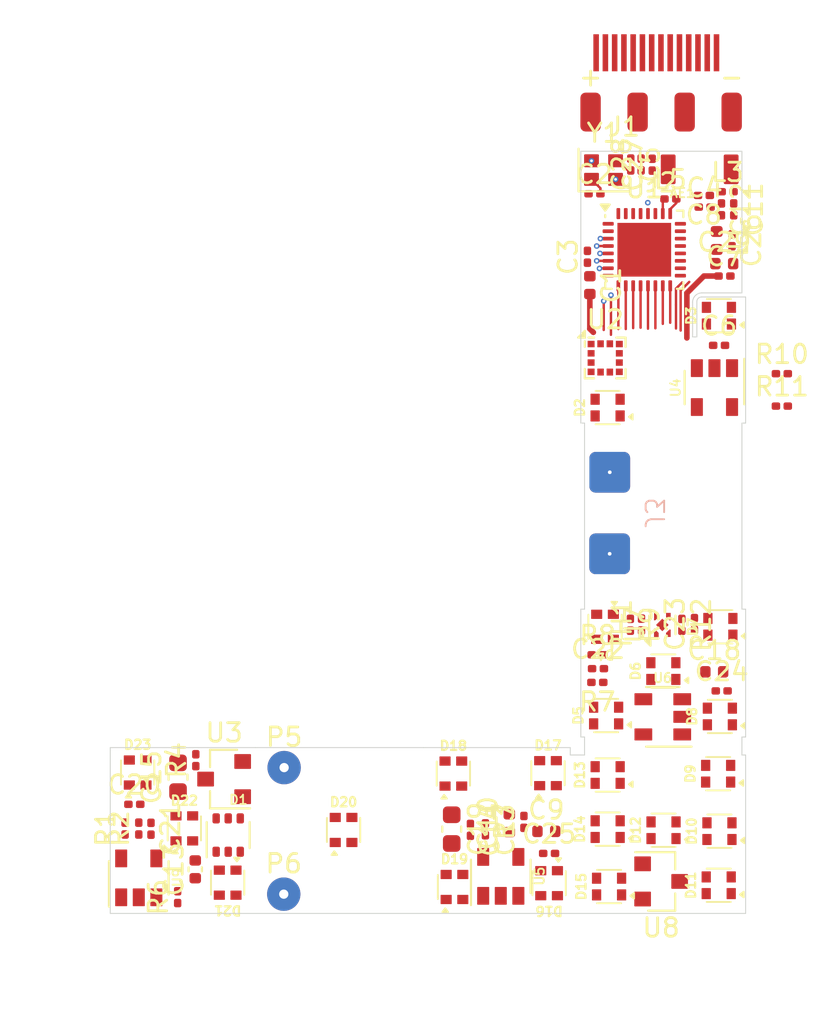
<source format=kicad_pcb>
(kicad_pcb (version 20241229) (generator "pcbnew") (generator_version "9.0")
  (title_block (title "D12V5") (date "2023-11-05") (rev "1") (company "Systemic Games, LLC"))
  (layers (0 "F.Cu" signal) (2 "B.Cu" signal) (13 "F.Paste" user) (15 "B.Paste" user) (5 "F.SilkS" user "F.Silkscreen") (7 "B.SilkS" user "B.Silkscreen") (1 "F.Mask" user) (3 "B.Mask" user) (25 "Edge.Cuts" user))
  (net 0 "")
  (net 1 "/ANTENNA")
  (net 2 "/ANTENNA_MECHANICAL")
  (net 3 "GND")
  (net 4 "Net-(U1-VDD_FLASH)")
  (net 5 "VDD")
  (net 6 "VDC")
  (net 7 "Net-(U1-XO32MP_IN)")
  (net 8 "/ANT_50")
  (net 9 "VEE")
  (net 10 "/Wireless Charging/COILA")
  (net 11 "/Wireless Charging/COILB")
  (net 12 "+5V")
  (net 13 "+BATT")
  (net 14 "Net-(U1-RFIOP)")
  (net 15 "Net-(U1-XO32MM_OUT)")
  (net 16 "/Wireless Charging/B-")
  (net 17 "Net-(U7-BAT)")
  (net 18 "Net-(D2-DOUT)")
  (net 19 "/LED_DATA")
  (net 20 "Net-(D3-DOUT)")
  (net 21 "Net-(D4-DOUT)")
  (net 22 "Net-(D5-DOUT)")
  (net 23 "Net-(D6-DOUT)")
  (net 24 "Net-(D7-DOUT)")
  (net 25 "Net-(D8-DOUT)")
  (net 26 "Net-(D10-DIN)")
  (net 27 "Net-(D10-DOUT)")
  (net 28 "Net-(D11-DOUT)")
  (net 29 "Net-(D12-DOUT)")
  (net 30 "/LED_RETURN")
  (net 31 "SWDIO")
  (net 33 "RESET")
  (net 37 "SWDCLK")
  (net 39 "/Wireless Charging/COIL_SENSE")
  (net 40 "Net-(U5-SET)")
  (net 41 "/Wireless Charging/TH1")
  (net 42 "/SCL")
  (net 43 "/SDA")
  (net 47 "/ACC_INT")
  (net 50 "/Wireless Charging/VBAT_SENSE")
  (net 51 "Net-(U1-VDCDC)")
  (net 52 "Net-(D13-DOUT)")
  (net 53 "Net-(D14-DOUT)")
  (net 54 "Net-(D15-DOUT)")
  (net 55 "Net-(D16-DOUT)")
  (net 56 "Net-(D17-DOUT)")
  (net 57 "Net-(D18-DOUT)")
  (net 58 "Net-(D19-DOUT)")
  (net 59 "Net-(U1-SWITCH)")
  (net 60 "Net-(D20-DOUT)")
  (net 61 "Net-(D21-DOUT)")
  (net 62 "Net-(D22-DOUT)")
  (net 63 "Net-(U1-VDD_PA)")
  (net 64 "/Wireless Charging/PROG")
  (net 66 "/Wireless Charging/SM")
  (net 69 "/Wireless Charging/LED_EN_OUT")
  (net 73 "/Wireless Charging/STAT")
  (net 74 "Net-(U6-CE)")
  (footprint "Package_LGA:LGA-12_2x2mm_P0.5mm" (layer "F.Cu") (at 152.15 99.28)
    (property "Reference" "U2")
    (property "Value" "SC7A20HTR")
  )
  (footprint "Pixels-dice:TX1812MWCA5-F01" (layer "F.Cu") (at 152.2 118.58 90)
    (property "Reference" "D5")
    (property "Value" "TX1812MWCA5-F01")
  )
  (footprint "Pixels-dice:C_0402_1005Metric" (layer "F.Cu") (at 158.04 116.22)
    (property "Reference" "C18")
    (property "Value" "4.7uF 10V 20%")
  )
  (footprint "Pixels-dice:TX1812MWCA5-F01" (layer "F.Cu") (at 152.14 113.79 180)
    (property "Reference" "D4")
    (property "Value" "TX1812MWCA5-F01")
  )
  (footprint "Pixels-dice:C_0402_1005Metric" (layer "F.Cu") (at 146.97 124.39 90)
    (property "Reference" "C10")
    (property "Value" "4.7uF 10V 20%")
  )
  (footprint "Resistor_SMD:R_0201_0603Metric" (layer "F.Cu") (at 126.22 124.68 90)
    (property "Reference" "R1")
    (property "Value" "3.9M 1%")
  )
  (footprint "Inductor_SMD:L_0201_0603Metric" (layer "F.Cu") (at 155.67 90.7)
    (property "Reference" "L5")
    (property "Value" "1.6nH 5%")
  )
  (footprint "Resistor_SMD:R_0201_0603Metric" (layer "F.Cu") (at 151.74 115.3)
    (property "Reference" "R8")
    (property "Value" "10M 1%")
  )
  (footprint "Pixels-dice:Crystal_SMD_2016-4Pin_2.0x1.6mm" (layer "F.Cu") (at 152.06 89.14)
    (property "Reference" "Y1")
    (property "Value" "32MHz 40ppm")
  )
  (footprint "Pixels-dice:TX1812MWCA5-F01" (layer "F.Cu") (at 152.36 127.81 90)
    (property "Reference" "D15")
    (property "Value" "TX1812MWCA5-F01")
  )
  (footprint "Pixels-dice:TX1812MWCA5-F01" (layer "F.Cu") (at 144.01 127.8325)
    (property "Reference" "D19")
    (property "Value" "TX1812MWCA5-F01")
  )
  (footprint "Package_DFN_QFN:UDFN-4-1EP_1x1mm_P0.65mm_EP0.48x0.48mm" (layer "F.Cu") (at 155.235 113.69 90)
    (property "Reference" "U7")
    (property "Value" "DS6101")
  )
  (footprint "Capacitor_SMD:C_0201_0603Metric" (layer "F.Cu") (at 145.68 124.72 -90)
    (property "Reference" "C17")
    (property "Value" "1nF 25V 5% NP0")
  )
  (footprint "Pixels-dice:TX1812MWCA5-F01" (layer "F.Cu") (at 129.42 124.67)
    (property "Reference" "D22")
    (property "Value" "TX1812MWCA5-F01")
  )
  (footprint "Capacitor_SMD:C_0603_1608Metric" (layer "F.Cu") (at 129.08 121.91 90)
    (property "Reference" "C15")
    (property "Value" "22uF 10V 20%")
  )
  (footprint "Capacitor_SMD:C_0201_0603Metric" (layer "F.Cu") (at 154.09 88.84 90)
    (property "Reference" "C28")
    (property "Value" "1.0uF 6.3V 20%")
  )
  (footprint "Pixels-dice:TX1812MWCA5-F01" (layer "F.Cu") (at 149.06 121.69)
    (property "Reference" "D17")
    (property "Value" "TX1812MWCA5-F01")
  )
  (footprint "Capacitor_SMD:C_0201_0603Metric" (layer "F.Cu") (at 158.3 98.6)
    (property "Reference" "C6")
    (property "Value" "0.1uF 10V 20%")
  )
  (footprint "Resistor_SMD:R_0201_0603Metric" (layer "F.Cu") (at 153.51 113.68 -90)
    (property "Reference" "R9")
    (property "Value" "100k 1%")
  )
  (footprint "Pixels-dice:C_0402_1005Metric" (layer "F.Cu") (at 148.97 124.83)
    (property "Reference" "C9")
    (property "Value" "4.7uF 10V 20%")
  )
  (footprint "Pixels-dice:C_0402_1005Metric" (layer "F.Cu") (at 151.32 95.35 -90)
    (property "Reference" "C1")
    (property "Value" "4.7uF 10V 20%")
  )
  (footprint "Capacitor_SMD:C_0201_0603Metric" (layer "F.Cu") (at 151.76 116.05)
    (property "Reference" "C22")
    (property "Value" "10nF 25V 10%")
  )
  (footprint "Pixels-dice:SOT-23" (layer "F.Cu") (at 131.57 122.01)
    (property "Reference" "U3")
    (property "Value" "MG78L05AT3")
  )
  (footprint "Capacitor_SMD:C_0201_0603Metric" (layer "F.Cu") (at 159 92.93 -90)
    (property "Reference" "C26")
    (property "Value" "1.0uF 6.3V 20%")
  )
  (footprint "Capacitor_SMD:C_0201_0603Metric" (layer "F.Cu") (at 157.48 90.51 180)
    (property "Reference" "C8")
    (property "Value" "1.2pF 10V 5% C0G")
  )
  (footprint "Inductor_SMD:L_0402_1005Metric" (layer "F.Cu") (at 158.17 92.94 -90)
    (property "Reference" "L1")
    (property "Value" "2.2uH 10mA 20%")
  )
  (footprint "Pixels-dice:TX1812MWCA5-F01" (layer "F.Cu") (at 155.29 116.18 90)
    (property "Reference" "D6")
    (property "Value" "TX1812MWCA5-F01")
  )
  (footprint "Pixels-dice:TX1812MWCA5-F01" (layer "F.Cu") (at 158.37 113.79 90)
    (property "Reference" "D7")
    (property "Value" "TX1812MWCA5-F01")
  )
  (footprint "Capacitor_SMD:C_0201_0603Metric" (layer "F.Cu") (at 127.62 124.69 -90)
    (property "Reference" "C21")
    (property "Value" "10nF 25V 10%")
  )
  (footprint "Pixels-dice:TX1812MWCA5-F01" (layer "F.Cu") (at 158.28 127.74 90)
    (property "Reference" "D11")
    (property "Value" "TX1812MWCA5-F01")
  )
  (footprint "Capacitor_SMD:C_0402_1005Metric" (layer "F.Cu") (at 130.01 126.88 90)
    (property "Reference" "C13")
    (property "Value" "4.7uF 25V 20%")
  )
  (footprint "Capacitor_SMD:C_0201_0603Metric" (layer "F.Cu") (at 158.59 94.86)
    (property "Reference" "C7")
    (property "Value" "0.1uF 10V 20%")
  )
  (footprint "Pixels-dice:FPC_14" (layer "F.Cu") (at 151.66 82.81)
    (property "Reference" "J1")
    (property "Value" "Conn_01x14")
  )
  (footprint "Capacitor_SMD:C_0201_0603Metric" (layer "F.Cu") (at 153.53 88.84 -90)
    (property "Reference" "C5")
    (property "Value" "12pF 10V 10%")
  )
  (footprint "Pixels-dice:SOT-23-5" (layer "F.Cu") (at 155.26 118.65 180)
    (property "Reference" "U6")
    (property "Value" "ME6212C30M5G" (hide yes))
  )
  (footprint "Inductor_SMD:L_0201_0603Metric" (layer "F.Cu") (at 158.76 90.31)
    (property "Reference" "L3")
    (property "Value" "0 Ohm")
  )
  (footprint "Resistor_SMD:R_0201_0603Metric" (layer "F.Cu") (at 147.76 124.32 90)
    (property "Reference" "R3")
    (property "Value" "~")
  )
  (footprint "Capacitor_SMD:C_0201_0603Metric" (layer "F.Cu") (at 154.69 88.85 90)
    (property "Reference" "C27")
    (property "Value" "1.0uF 6.3V 20%")
  )
  (footprint "Capacitor_SMD:C_0201_0603Metric" (layer "F.Cu") (at 159.09 91.26 -90)
    (property "Reference" "C11")
    (property "Value" "DNP")
  )
  (footprint "Resistor_SMD:R_0201_0603Metric" (layer "F.Cu") (at 151.725 116.79 180)
    (property "Reference" "R7")
    (property "Value" "3.9M 1%")
  )
  (footprint "Pixels-dice:TX1812MWCA5-F01" (layer "F.Cu") (at 152.2825 121.79 90)
    (property "Reference" "D13")
    (property "Value" "TX1812MWCA5-F01")
  )
  (footprint "Pixels-dice:SOT-23" (layer "F.Cu") (at 155.17 127.5325 180)
    (property "Reference" "U8")
    (property "Value" "MGH303A1T3")
  )
  (footprint "Pixels-dice:TX1812MWCA5-F01" (layer "F.Cu") (at 158.32 124.82 90)
    (property "Reference" "D10")
    (property "Value" "TX1812MWCA5-F01")
  )
  (footprint "Pixels-dice:C_0402_1005Metric" (layer "F.Cu") (at 158.58 94.19)
    (property "Reference" "C29")
    (property "Value" "4.7uF 10V 20%")
  )
  (footprint "Pixels-dice:CHIP_ANT" (layer "F.Cu") (at 158.95 89.1 90)
    (property "Reference" "AE1")
    (property "Value" "Antenna_Chip" (hide yes))
  )
  (footprint "Capacitor_SMD:C_0201_0603Metric" (layer "F.Cu") (at 151.57 90.42)
    (property "Reference" "C2")
    (property "Value" "12pF 10V 10%")
  )
  (footprint "Resistor_SMD:R_0201_0603Metric" (layer "F.Cu") (at 129.06 128.38 90)
    (property "Reference" "R6")
    (property "Value" "~")
  )
  (footprint "Capacitor_SMD:C_0603_1608Metric" (layer "F.Cu") (at 143.86 124.71 -90)
    (property "Reference" "C19")
    (property "Value" "10nF 50V 5% NP0")
  )
  (footprint "Pixels-dice:SOT-23-5" (layer "F.Cu") (at 126.96 127.34 90)
    (property "Reference" "U9")
    (property "Value" "TP4054(LX)" (hide yes))
  )
  (footprint "Resistor_SMD:R_0201_0603Metric" (layer "F.Cu") (at 156.29 113.685 -90)
    (property "Reference" "R12")
    (property "Value" "510R 1%")
  )
  (footprint "Pixels-dice:TX1812MWCA5-F01" (layer "F.Cu") (at 158.25 121.72 90)
    (property "Reference" "D9")
    (property "Value" "TX1812MWCA5-F01")
  )
  (footprint "Pixels-dice:TX1812MWCA5-F01" (layer "F.Cu") (at 155.3 124.77 90)
    (property "Reference" "D12")
    (property "Value" "TX1812MWCA5-F01")
  )
  (footprint "Resistor_SMD:R_0201_0603Metric" (layer "F.Cu") (at 161.69 101.88)
    (property "Reference" "R11")
    (property "Value" "3.9k 1%")
  )
  (footprint "Capacitor_SMD:C_0201_0603Metric" (layer "F.Cu") (at 144.87 124.75 -90)
    (property "Reference" "C14")
    (property "Value" "1nF 25V 5% NP0")
  )
  (footprint "Pixels-dice:TX1812MWCA5-F01" (layer "F.Cu") (at 143.95 121.7125)
    (property "Reference" "D18")
    (property "Value" "TX1812MWCA5-F01")
  )
  (footprint "Pixels-dice:TX1812MWCA5-F01" (layer "F.Cu") (at 158.3425 118.63 90)
    (property "Reference" "D8")
    (property "Value" "TX1812MWCA5-F01")
  )
  (footprint "Resistor_SMD:R_0201_0603Metric" (layer "F.Cu") (at 154.11 113.67 90)
    (property "Reference" "TH1")
    (property "Value" "NTC 100k @ 25C")
  )
  (footprint "Pixels-dice:TX1812MWCA5-F01" (layer "F.Cu") (at 131.76 127.6 180)
    (property "Reference" "D21")
    (property "Value" "TX1812MWCA5-F01")
  )
  (footprint "Pixels-dice:SOT-363_SC-70-6" (layer "F.Cu") (at 131.79 125.03 90)
    (property "Reference" "D1")
    (property "Value" "BAV99S" (hide yes))
  )
  (footprint "Resistor_SMD:R_0201_0603Metric" (layer "F.Cu") (at 161.69 100.13)
    (property "Reference" "R10")
    (property "Value" "3.9k 1%")
  )
  (footprint "Resistor_SMD:R_0201_0603Metric" (layer "F.Cu") (at 126.96 124.68 90)
    (property "Reference" "R2")
    (property "Value" "3.9M 1%")
  )
  (footprint "Pixels-dice:SOT-23-5" (layer "F.Cu") (at 158.05 100.88 -90)
    (property "Reference" "U4")
    (property "Value" "24C02S(XBLW)" (hide yes))
  )
  (footprint "Pixels-dice:TX1812MWCA5-F01" (layer "F.Cu") (at 126.9 121.655)
    (property "Reference" "D23")
    (property "Value" "TX1812MWCA5-F01")
  )
  (footprint "Capacitor_SMD:C_0201_0603Metric" (layer "F.Cu") (at 158.43 91.26 -90)
    (property "Reference" "C12")
    (property "Value" "DNP")
  )
  (footprint "Pixels-dice:TX1812MWCA5-F01" (layer "F.Cu") (at 152.2825 124.71 90)
    (property "Reference" "D14")
    (property "Value" "TX1812MWCA5-F01")
  )
  (footprint "Resistor_SMD:R_0201_0603Metric" (layer "F.Cu") (at 130.04 120.99 90)
    (property "Reference" "R4")
    (property "Value" "10k 1%")
  )
  (footprint "Capacitor_SMD:C_0201_0603Metric" (layer "F.Cu") (at 157.52 91.14)
    (property "Reference" "C4")
    (property "Value" "DNP")
  )
  (footprint "Pixels-dice:FPC-POGO-4" (layer "F.Cu") (at 155.17 86.01)
    (property "Reference" "J2")
    (property "Value" "Conn_01x04")
  )
  (footprint "Pixels-dice:TX1812MWCA5-F01" (layer "F.Cu") (at 149.12 127.6275 180)
    (property "Reference" "D16")
    (property "Value" "TX1812MWCA5-F01")
  )
  (footprint "Pixels-dice:TX1812MWCA5-F01" (layer "F.Cu") (at 158.29 97 90)
    (property "Reference" "D3")
    (property "Value" "TX1812MWCA5-F01")
  )
  (footprint "Pixels-dice:TX1812MWCA5-F01" (layer "F.Cu") (at 138.02 124.755)
    (property "Reference" "D20")
    (property "Value" "TX1812MWCA5-F01")
  )
  (footprint "Capacitor_SMD:C_0201_0603Metric" (layer "F.Cu") (at 158.44 117.25)
    (property "Reference" "C24")
    (property "Value" "0.1uF 10V 20%")
  )
  (footprint "Pixels-dice:QFN-32-1EP_4x4mm_P0.4mm_EP2.9x2.9mm" (layer "F.Cu") (at 154.26 93.44)
    (property "Reference" "U1")
    (property "Value" "CMT4531")
  )
  (footprint "Capacitor_SMD:C_0201_0603Metric" (layer "F.Cu") (at 126.72 123.37)
    (property "Reference" "C20")
    (property "Value" "0.1uF 10V 20%")
  )
  (footprint "Capacitor_SMD:C_0201_0603Metric" (layer "F.Cu") (at 151.19 93.82 90)
    (property "Reference" "C3")
    (property "Value" "0.1uF 10V 20%")
  )
  (footprint "Capacitor_SMD:C_0201_0603Metric" (layer "F.Cu") (at 149.12 126.02)
    (property "Reference" "C25")
    (property "Value" "0.1uF 10V 20%")
  )
  (footprint "Pixels-dice:TestPoint_THTPad_D1.5mm_Drill0.7mm_nosilk" (layer "F.Cu") (at 134.81 121.39)
    (property "Reference" "P5")
    (property "Value" "COILA")
  )
  (footprint "Pixels-dice:SOT-23-5" (layer "F.Cu") (at 146.51 127.26 90)
    (property "Reference" "U5")
    (property "Value" "MT9700" (hide yes))
  )
  (footprint "Capacitor_SMD:C_0201_0603Metric" (layer "F.Cu") (at 156.97 113.64 90)
    (property "Reference" "C23")
    (property "Value" "0.1uF 10V 20%")
  )
  (footprint "Pixels-dice:TestPoint_THTPad_D1.5mm_Drill0.7mm_nosilk" (layer "F.Cu") (at 134.79 128.22)
    (property "Reference" "P6")
    (property "Value" "COILB")
  )
  (footprint "Pixels-dice:TX1812MWCA5-F01" (layer "F.Cu") (at 152.28 101.96 90)
    (property "Reference" "D2")
    (property "Value" "TX1812MWCA5-F01")
  )
  (footprint "Pixels-dice:Hongjie 10100 Solder Tabs" (layer "B.Cu") (at 152.39 107.65 90)
    (property "Reference" "J3")
    (property "Value" "Conn_01x02")
  )
  (gr_line (start 133.27 120.31) (end 125.42 120.31) (stroke (width 0.05)) (layer "Edge.Cuts"))
  (gr_line (start 159.733717 102.796283) (end 159.733717 95.99) (stroke (width 0.05)) (layer "Edge.Cuts"))
  (gr_line (start 150.262478 120.71) (end 150.262478 120.31) (stroke (width 0.05)) (layer "Edge.Cuts"))
  (gr_line (start 159.733717 112.838761) (end 159.533717 112.838761) (stroke (width 0.05)) (layer "Edge.Cuts"))
  (gr_line (start 151.033717 112.838761) (end 150.833717 112.838761) (stroke (width 0.05)) (layer "Edge.Cuts"))
  (gr_line (start 150.833717 112.838761) (end 150.833717 119.738761) (stroke (width 0.05)) (layer "Edge.Cuts"))
  (gr_line (start 159.533717 95.77) (end 159.533717 88.125044) (stroke (width 0.05)) (layer "Edge.Cuts"))
  (gr_line (start 157.1 96.24) (end 157.1 98.146283) (stroke (width 0.05)) (layer "Edge.Cuts"))
  (gr_line (start 159.733717 129.26) (end 159.733717 120.71) (stroke (width 0.05)) (layer "Edge.Cuts"))
  (gr_line (start 157.37 95.77) (end 159.53 95.77) (stroke (width 0.05)) (layer "Edge.Cuts"))
  (gr_line (start 156.87 98.146283) (end 156.87 96.27) (stroke (width 0.05)) (layer "Edge.Cuts"))
  (gr_line (start 159.733717 119.738761) (end 159.733717 112.838761) (stroke (width 0.05)) (layer "Edge.Cuts"))
  (gr_line (start 150.833717 102.796283) (end 151.033717 102.796283) (stroke (width 0.05)) (layer "Edge.Cuts"))
  (gr_line (start 125.42 129.26) (end 159.733717 129.26) (stroke (width 0.05)) (layer "Edge.Cuts"))
  (gr_line (start 151.033717 119.738761) (end 151.033717 120.71) (stroke (width 0.05)) (layer "Edge.Cuts"))
  (gr_line (start 159.533717 120.71) (end 159.533717 119.738761) (stroke (width 0.05)) (layer "Edge.Cuts"))
  (gr_line (start 150.833717 119.738761) (end 151.033717 119.738761) (stroke (width 0.05)) (layer "Edge.Cuts"))
  (gr_line (start 159.533717 119.738761) (end 159.733717 119.738761) (stroke (width 0.05)) (layer "Edge.Cuts"))
  (gr_arc (start 157.1 96.24) (mid 157.173223 96.063223) (end 157.35 95.99) (stroke (width 0.05)) (layer "Edge.Cuts"))
  (gr_line (start 159.733717 95.99) (end 157.35 95.99) (stroke (width 0.05)) (layer "Edge.Cuts"))
  (gr_line (start 150.833717 88.125044) (end 150.833717 102.796283) (stroke (width 0.05)) (layer "Edge.Cuts"))
  (gr_line (start 142.341239 120.31) (end 133.27 120.31) (stroke (width 0.05)) (layer "Edge.Cuts"))
  (gr_line (start 125.42 120.31) (end 125.42 129.26) (stroke (width 0.05)) (layer "Edge.Cuts"))
  (gr_line (start 159.733717 120.71) (end 159.533717 120.71) (stroke (width 0.05)) (layer "Edge.Cuts"))
  (gr_line (start 151.033717 102.796283) (end 151.033717 112.838761) (stroke (width 0.05)) (layer "Edge.Cuts"))
  (gr_line (start 159.533717 102.796283) (end 159.733717 102.796283) (stroke (width 0.05)) (layer "Edge.Cuts"))
  (gr_line (start 159.533717 88.125044) (end 150.833717 88.125044) (stroke (width 0.05)) (layer "Edge.Cuts"))
  (gr_arc (start 156.87 96.27) (mid 157.016447 95.916447) (end 157.37 95.77) (stroke (width 0.05)) (layer "Edge.Cuts"))
  (gr_line (start 159.533717 112.838761) (end 159.533717 102.796283) (stroke (width 0.05)) (layer "Edge.Cuts"))
  (gr_line (start 157.1 98.146283) (end 156.87 98.146283) (stroke (width 0.05)) (layer "Edge.Cuts"))
  (gr_line (start 150.262478 120.31) (end 142.341239 120.31) (stroke (width 0.05)) (layer "Edge.Cuts"))
  (gr_line (start 151.033717 120.71) (end 150.262478 120.71) (stroke (width 0.05)) (layer "Edge.Cuts"))
  (segment (start 151.32 97.71) (end 151.51 97.9) (width 0.3) (layer "F.Cu") (net 3))
  (segment (start 151.32 95.83) (end 151.32 97.71) (width 0.3) (layer "F.Cu") (net 3))
  (via (at 152.71 89.64) (size 0.3) (drill 0.15) (layers "F.Cu" "B.Cu") (net 3))
  (via (at 151.41 88.64) (size 0.3) (drill 0.15) (layers "F.Cu" "B.Cu") (net 3))
  (segment (start 158.27 94.86) (end 157.48 94.86) (width 0.3) (layer "F.Cu") (net 5))
  (segment (start 154.46 90.91) (end 154.45 90.9) (width 0.13) (layer "F.Cu") (net 5))
  (segment (start 157.48 94.86) (end 156.74 95.6) (width 0.3) (layer "F.Cu") (net 5))
  (segment (start 156.56 95.78) (end 156.56 98.2) (width 0.3) (layer "F.Cu") (net 5))
  (segment (start 156.74 95.6) (end 156.61 95.73) (width 0.3) (layer "F.Cu") (net 5))
  (segment (start 156.61 95.73) (end 156.56 95.78) (width 0.3) (layer "F.Cu") (net 5))
  (via (at 154.45 90.9) (size 0.3) (drill 0.15) (layers "F.Cu" "B.Cu") (net 5))
  (segment (start 151.89 90.12) (end 151.89 90.42) (width 0.13) (layer "F.Cu") (net 7))
  (segment (start 151.41 89.64) (end 151.89 90.12) (width 0.13) (layer "F.Cu") (net 7))
  (segment (start 155.66 91.25) (end 155.99 90.92) (width 0.13) (layer "F.Cu") (net 14))
  (segment (start 155.66 91.44) (end 155.66 91.25) (width 0.13) (layer "F.Cu") (net 14))
  (segment (start 155.99 90.92) (end 155.99 90.7) (width 0.13) (layer "F.Cu") (net 14))
  (segment (start 152.86 88.64) (end 153.38 89.16) (width 0.13) (layer "F.Cu") (net 15))
  (segment (start 152.71 88.64) (end 152.86 88.64) (width 0.13) (layer "F.Cu") (net 15))
  (segment (start 153.38 89.16) (end 153.53 89.16) (width 0.13) (layer "F.Cu") (net 15))
  (segment (start 152.46 95.89) (end 152.46 98.03) (width 0.13) (layer "F.Cu") (net 19))
  (segment (start 152.35 93.24) (end 151.69 93.24) (width 0.13) (layer "F.Cu") (net 19))
  (via (at 151.69 93.24) (size 0.3) (drill 0.15) (layers "F.Cu" "B.Cu") (net 19))
  (via (at 152.46 95.89) (size 0.3) (drill 0.15) (layers "F.Cu" "B.Cu") (net 19))
  (segment (start 152.35 94.44) (end 151.84 94.45) (width 0.13) (layer "F.Cu") (net 30))
  (segment (start 152.07 96.21) (end 152.07 97.77) (width 0.13) (layer "F.Cu") (net 30))
  (via (at 152.07 96.21) (size 0.3) (drill 0.15) (layers "F.Cu" "B.Cu") (net 30))
  (via (at 151.84 94.45) (size 0.3) (drill 0.15) (layers "F.Cu" "B.Cu") (net 30))
  (segment (start 152.35 94.04) (end 151.69 94.04) (width 0.13) (layer "F.Cu") (net 31))
  (via (at 151.69 94.04) (size 0.3) (drill 0.15) (layers "F.Cu" "B.Cu") (net 31))
  (segment (start 152.35 92.84) (end 151.89 92.84) (width 0.13) (layer "F.Cu") (net 33))
  (via (at 151.89 92.84) (size 0.3) (drill 0.15) (layers "F.Cu" "B.Cu") (net 33))
  (segment (start 152.35 93.64) (end 151.87 93.64) (width 0.13) (layer "F.Cu") (net 37))
  (via (at 151.87 93.64) (size 0.3) (drill 0.15) (layers "F.Cu" "B.Cu") (net 37))
  (segment (start 152.86 95.44) (end 152.86 97.72) (width 0.13) (layer "F.Cu") (net 39))
  (segment (start 156.224 95.640824) (end 156.224 97.8) (width 0.13) (layer "F.Cu") (net 41))
  (segment (start 156.69 95.174824) (end 156.437412 95.427412) (width 0.13) (layer "F.Cu") (net 41))
  (segment (start 156.437412 95.427412) (end 156.224 95.640824) (width 0.13) (layer "F.Cu") (net 41))
  (segment (start 156.304928 95.204928) (end 156.104928 95.404928) (width 0.13) (layer "F.Cu") (net 42))
  (segment (start 156.104928 95.404928) (end 155.973 95.536856) (width 0.13) (layer "F.Cu") (net 42))
  (segment (start 155.973 95.536856) (end 155.973 96.41) (width 0.13) (layer "F.Cu") (net 42))
  (segment (start 155.973 96.41) (end 155.973 97.69) (width 0.13) (layer "F.Cu") (net 42))
  (segment (start 155.66 95.44) (end 155.66 97.38) (width 0.13) (layer "F.Cu") (net 43))
  (segment (start 154.46 95.44) (end 154.46 97.7) (width 0.13) (layer "F.Cu") (net 47))
  (segment (start 153.26 95.44) (end 153.26 97.72) (width 0.13) (layer "F.Cu") (net 50))
  (segment (start 155.26 91.44) (end 155.26 90.79) (width 0.13) (layer "F.Cu") (net 63))
  (segment (start 155.26 90.79) (end 155.35 90.7) (width 0.13) (layer "F.Cu") (net 63))
  (segment (start 155.26 95.44) (end 155.26 97.44) (width 0.13) (layer "F.Cu") (net 64))
  (segment (start 154.86 95.44) (end 154.86 97.68) (width 0.13) (layer "F.Cu") (net 66))
  (segment (start 154.06 95.44) (end 154.06 97.65) (width 0.13) (layer "F.Cu") (net 69))
  (segment (start 153.66 95.44) (end 153.66 97.67) (width 0.13) (layer "F.Cu") (net 73))
)
</source>
